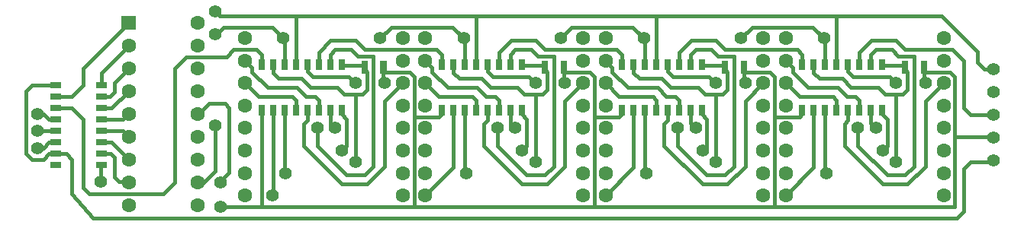
<source format=gbr>
%FSLAX34Y34*%
%MOMM*%
%LNCOPPER_BOTTOM*%
G71*
G01*
%ADD10C, 1.600*%
%ADD11R, 0.650X1.270*%
%ADD12C, 1.400*%
%ADD13C, 0.400*%
%ADD14C, 1.600*%
%ADD15R, 1.270X0.650*%
%LPD*%
X700000Y250000D02*
G54D10*
D03*
X700000Y225000D02*
G54D10*
D03*
X700000Y200000D02*
G54D10*
D03*
X700000Y175000D02*
G54D10*
D03*
X700000Y150000D02*
G54D10*
D03*
X700000Y125000D02*
G54D10*
D03*
X700000Y100000D02*
G54D10*
D03*
X700000Y75000D02*
G54D10*
D03*
X875000Y250000D02*
G54D10*
D03*
X875000Y225000D02*
G54D10*
D03*
X875000Y200000D02*
G54D10*
D03*
X875000Y175000D02*
G54D10*
D03*
X875000Y150000D02*
G54D10*
D03*
X875000Y125000D02*
G54D10*
D03*
X875000Y100000D02*
G54D10*
D03*
X875000Y75000D02*
G54D10*
D03*
X769150Y170250D02*
G54D11*
D03*
X781850Y170250D02*
G54D11*
D03*
X794550Y170250D02*
G54D11*
D03*
X807250Y170250D02*
G54D11*
D03*
X807250Y221050D02*
G54D11*
D03*
X794550Y221050D02*
G54D11*
D03*
X781850Y221050D02*
G54D11*
D03*
X769150Y221050D02*
G54D11*
D03*
X756450Y221050D02*
G54D11*
D03*
X743750Y221050D02*
G54D11*
D03*
X731050Y221050D02*
G54D11*
D03*
X756450Y170250D02*
G54D11*
D03*
X743750Y170250D02*
G54D11*
D03*
X731050Y170250D02*
G54D11*
D03*
X718350Y221050D02*
G54D11*
D03*
X718350Y170250D02*
G54D11*
D03*
X745000Y100000D02*
G54D12*
D03*
X780000Y150000D02*
G54D12*
D03*
X800000Y150000D02*
G54D12*
D03*
X807500Y125000D02*
G54D12*
D03*
X822500Y112500D02*
G54D12*
D03*
G54D13*
X718350Y221050D02*
X718350Y231650D01*
X712500Y237500D01*
X687500Y237500D01*
G54D13*
X781850Y221050D02*
X781850Y234350D01*
X795000Y247500D01*
X822500Y247500D01*
X832500Y237500D01*
X887500Y237500D01*
X822500Y200000D02*
G54D12*
D03*
X855000Y200000D02*
G54D12*
D03*
G54D13*
X743750Y170250D02*
X743750Y101250D01*
X745000Y100000D01*
G54D13*
X756450Y170250D02*
X756450Y181050D01*
X752500Y185000D01*
X715000Y185000D01*
X700000Y200000D01*
G54D13*
X781850Y170250D02*
X781850Y180650D01*
X777500Y185000D01*
X767500Y185000D01*
X757500Y195000D01*
X725000Y195000D01*
X707500Y212500D01*
X707500Y217500D01*
X700000Y225000D01*
G54D13*
X769150Y221050D02*
X769150Y213350D01*
X775000Y207500D01*
X815000Y207500D01*
X822500Y200000D01*
G54D13*
X731050Y221050D02*
X731050Y211450D01*
X737500Y205000D01*
X762500Y205000D01*
X772500Y195000D01*
X802500Y195000D01*
X810000Y187500D01*
X830000Y187500D01*
X835000Y192500D01*
X835000Y212500D01*
X830000Y220000D01*
X808300Y220000D01*
X807250Y221050D01*
G54D13*
X794550Y170250D02*
X794550Y155450D01*
X800000Y150000D01*
G54D13*
X687500Y62500D02*
X887500Y62500D01*
G54D13*
X822500Y187500D02*
X822500Y112500D01*
G54D13*
X807250Y170250D02*
X807250Y165250D01*
X812500Y160000D01*
X812500Y130000D01*
X807500Y125000D01*
G54D13*
X794550Y221050D02*
X794550Y232050D01*
X800000Y237500D01*
X817500Y237500D01*
X825000Y230000D01*
X842500Y230000D01*
X842500Y107500D01*
X832500Y97500D01*
X812500Y97500D01*
X780000Y130000D01*
X780000Y150000D01*
G54D13*
X769150Y170250D02*
X769150Y159150D01*
X765000Y155000D01*
X765000Y130000D01*
X807500Y87500D01*
X835000Y87500D01*
X855000Y107500D01*
X855000Y180000D01*
X875000Y200000D01*
X742500Y250000D02*
G54D12*
D03*
G54D13*
X756450Y221050D02*
X756450Y273950D01*
X757500Y275000D01*
G36*
X850000Y224500D02*
X857000Y224500D01*
X857000Y210500D01*
X850000Y210500D01*
X850000Y224500D01*
G37*
G36*
X829000Y224500D02*
X836000Y224500D01*
X836000Y210500D01*
X829000Y210500D01*
X829000Y224500D01*
G37*
G54D13*
X887500Y62500D02*
X887500Y207500D01*
X882500Y212500D01*
X855000Y212500D01*
G54D13*
X853500Y217500D02*
X853500Y201500D01*
X855000Y200000D01*
X500000Y250000D02*
G54D10*
D03*
X500000Y225000D02*
G54D10*
D03*
X500000Y200000D02*
G54D10*
D03*
X500000Y175000D02*
G54D10*
D03*
X500000Y150000D02*
G54D10*
D03*
X500000Y125000D02*
G54D10*
D03*
X500000Y100000D02*
G54D10*
D03*
X500000Y75000D02*
G54D10*
D03*
X675000Y250000D02*
G54D10*
D03*
X675000Y225000D02*
G54D10*
D03*
X675000Y200000D02*
G54D10*
D03*
X675000Y175000D02*
G54D10*
D03*
X675000Y150000D02*
G54D10*
D03*
X675000Y125000D02*
G54D10*
D03*
X675000Y100000D02*
G54D10*
D03*
X675000Y75000D02*
G54D10*
D03*
X569150Y170250D02*
G54D11*
D03*
X581850Y170250D02*
G54D11*
D03*
X594550Y170250D02*
G54D11*
D03*
X607250Y170250D02*
G54D11*
D03*
X607250Y221050D02*
G54D11*
D03*
X594550Y221050D02*
G54D11*
D03*
X581850Y221050D02*
G54D11*
D03*
X569150Y221050D02*
G54D11*
D03*
X556450Y221050D02*
G54D11*
D03*
X543750Y221050D02*
G54D11*
D03*
X531050Y221050D02*
G54D11*
D03*
X556450Y170250D02*
G54D11*
D03*
X543750Y170250D02*
G54D11*
D03*
X531050Y170250D02*
G54D11*
D03*
X518350Y221050D02*
G54D11*
D03*
X518350Y170250D02*
G54D11*
D03*
X545000Y100000D02*
G54D12*
D03*
X580000Y150000D02*
G54D12*
D03*
X600000Y150000D02*
G54D12*
D03*
X607500Y125000D02*
G54D12*
D03*
X622500Y112500D02*
G54D12*
D03*
G54D13*
X518350Y221050D02*
X518350Y231650D01*
X512500Y237500D01*
X487500Y237500D01*
G54D13*
X581850Y221050D02*
X581850Y234350D01*
X595000Y247500D01*
X622500Y247500D01*
X632500Y237500D01*
X687500Y237500D01*
X622500Y200000D02*
G54D12*
D03*
X655000Y200000D02*
G54D12*
D03*
G54D13*
X543750Y170250D02*
X543750Y101250D01*
X545000Y100000D01*
G54D13*
X556450Y170250D02*
X556450Y181050D01*
X552500Y185000D01*
X515000Y185000D01*
X500000Y200000D01*
G54D13*
X581850Y170250D02*
X581850Y180650D01*
X577500Y185000D01*
X567500Y185000D01*
X557500Y195000D01*
X525000Y195000D01*
X507500Y212500D01*
X507500Y217500D01*
X500000Y225000D01*
G54D13*
X569150Y221050D02*
X569150Y213350D01*
X575000Y207500D01*
X615000Y207500D01*
X622500Y200000D01*
G54D13*
X531050Y221050D02*
X531050Y211450D01*
X537500Y205000D01*
X562500Y205000D01*
X572500Y195000D01*
X602500Y195000D01*
X610000Y187500D01*
X630000Y187500D01*
X635000Y192500D01*
X635000Y212500D01*
X630000Y220000D01*
X608300Y220000D01*
X607250Y221050D01*
G54D13*
X594550Y170250D02*
X594550Y155450D01*
X600000Y150000D01*
G54D13*
X487500Y62500D02*
X687500Y62500D01*
G54D13*
X622500Y187500D02*
X622500Y112500D01*
G54D13*
X607250Y170250D02*
X607250Y165250D01*
X612500Y160000D01*
X612500Y130000D01*
X607500Y125000D01*
G54D13*
X594550Y221050D02*
X594550Y232050D01*
X600000Y237500D01*
X617500Y237500D01*
X625000Y230000D01*
X642500Y230000D01*
X642500Y107500D01*
X632500Y97500D01*
X612500Y97500D01*
X580000Y130000D01*
X580000Y150000D01*
G54D13*
X569150Y170250D02*
X569150Y159150D01*
X565000Y155000D01*
X565000Y130000D01*
X607500Y87500D01*
X635000Y87500D01*
X655000Y107500D01*
X655000Y180000D01*
X675000Y200000D01*
X542500Y250000D02*
G54D12*
D03*
G54D13*
X556450Y221050D02*
X556450Y273950D01*
X557500Y275000D01*
G36*
X650000Y224500D02*
X657000Y224500D01*
X657000Y210500D01*
X650000Y210500D01*
X650000Y224500D01*
G37*
G36*
X629000Y224500D02*
X636000Y224500D01*
X636000Y210500D01*
X629000Y210500D01*
X629000Y224500D01*
G37*
G54D13*
X687500Y62500D02*
X687500Y207500D01*
X682500Y212500D01*
X655000Y212500D01*
G54D13*
X653500Y217500D02*
X653500Y201500D01*
X655000Y200000D01*
X300000Y250000D02*
G54D10*
D03*
X300000Y225000D02*
G54D10*
D03*
X300000Y200000D02*
G54D10*
D03*
X300000Y175000D02*
G54D10*
D03*
X300000Y150000D02*
G54D10*
D03*
X300000Y125000D02*
G54D10*
D03*
X300000Y100000D02*
G54D10*
D03*
X300000Y75000D02*
G54D10*
D03*
X475000Y250000D02*
G54D10*
D03*
X475000Y225000D02*
G54D10*
D03*
X475000Y200000D02*
G54D10*
D03*
X475000Y175000D02*
G54D10*
D03*
X475000Y150000D02*
G54D10*
D03*
X475000Y125000D02*
G54D10*
D03*
X475000Y100000D02*
G54D10*
D03*
X475000Y75000D02*
G54D10*
D03*
X369150Y170250D02*
G54D11*
D03*
X381850Y170250D02*
G54D11*
D03*
X394550Y170250D02*
G54D11*
D03*
X407250Y170250D02*
G54D11*
D03*
X407250Y221050D02*
G54D11*
D03*
X394550Y221050D02*
G54D11*
D03*
X381850Y221050D02*
G54D11*
D03*
X369150Y221050D02*
G54D11*
D03*
X356450Y221050D02*
G54D11*
D03*
X343750Y221050D02*
G54D11*
D03*
X331050Y221050D02*
G54D11*
D03*
X356450Y170250D02*
G54D11*
D03*
X343750Y170250D02*
G54D11*
D03*
X331050Y170250D02*
G54D11*
D03*
X318350Y221050D02*
G54D11*
D03*
X318350Y170250D02*
G54D11*
D03*
X345000Y100000D02*
G54D12*
D03*
X380000Y150000D02*
G54D12*
D03*
X400000Y150000D02*
G54D12*
D03*
X407500Y125000D02*
G54D12*
D03*
X422500Y112500D02*
G54D12*
D03*
G54D13*
X318350Y221050D02*
X318350Y231650D01*
X312500Y237500D01*
X287500Y237500D01*
G54D13*
X381850Y221050D02*
X381850Y234350D01*
X395000Y247500D01*
X422500Y247500D01*
X432500Y237500D01*
X487500Y237500D01*
X422500Y200000D02*
G54D12*
D03*
X455000Y200000D02*
G54D12*
D03*
G54D13*
X343750Y170250D02*
X343750Y101250D01*
X345000Y100000D01*
G54D13*
X356450Y170250D02*
X356450Y181050D01*
X352500Y185000D01*
X315000Y185000D01*
X300000Y200000D01*
G54D13*
X381850Y170250D02*
X381850Y180650D01*
X377500Y185000D01*
X367500Y185000D01*
X357500Y195000D01*
X325000Y195000D01*
X307500Y212500D01*
X307500Y217500D01*
X300000Y225000D01*
G54D13*
X369150Y221050D02*
X369150Y213350D01*
X375000Y207500D01*
X415000Y207500D01*
X422500Y200000D01*
G54D13*
X331050Y221050D02*
X331050Y211450D01*
X337500Y205000D01*
X362500Y205000D01*
X372500Y195000D01*
X402500Y195000D01*
X410000Y187500D01*
X430000Y187500D01*
X435000Y192500D01*
X435000Y212500D01*
X430000Y220000D01*
X408300Y220000D01*
X407250Y221050D01*
G54D13*
X394550Y170250D02*
X394550Y155450D01*
X400000Y150000D01*
G54D13*
X272500Y62500D02*
X487500Y62500D01*
G54D13*
X422500Y187500D02*
X422500Y112500D01*
G54D13*
X407250Y170250D02*
X407250Y165250D01*
X412500Y160000D01*
X412500Y130000D01*
X407500Y125000D01*
G54D13*
X394550Y221050D02*
X394550Y232050D01*
X400000Y237500D01*
X417500Y237500D01*
X425000Y230000D01*
X442500Y230000D01*
X442500Y107500D01*
X432500Y97500D01*
X412500Y97500D01*
X380000Y130000D01*
X380000Y150000D01*
G54D13*
X369150Y170250D02*
X369150Y159150D01*
X365000Y155000D01*
X365000Y130000D01*
X407500Y87500D01*
X435000Y87500D01*
X455000Y107500D01*
X455000Y180000D01*
X475000Y200000D01*
X342500Y250000D02*
G54D12*
D03*
G54D13*
X356450Y221050D02*
X356450Y273950D01*
X357500Y275000D01*
G36*
X450000Y224500D02*
X457000Y224500D01*
X457000Y210500D01*
X450000Y210500D01*
X450000Y224500D01*
G37*
G36*
X429000Y224500D02*
X436000Y224500D01*
X436000Y210500D01*
X429000Y210500D01*
X429000Y224500D01*
G37*
G54D13*
X487500Y62500D02*
X487500Y207500D01*
X482500Y212500D01*
X455000Y212500D01*
G54D13*
X453500Y217500D02*
X453500Y201500D01*
X455000Y200000D01*
X900000Y250000D02*
G54D10*
D03*
X900000Y225000D02*
G54D10*
D03*
X900000Y200000D02*
G54D10*
D03*
X900000Y175000D02*
G54D10*
D03*
X900000Y150000D02*
G54D10*
D03*
X900000Y125000D02*
G54D10*
D03*
X900000Y100000D02*
G54D10*
D03*
X900000Y75000D02*
G54D10*
D03*
X1075000Y250000D02*
G54D10*
D03*
X1075000Y225000D02*
G54D10*
D03*
X1075000Y200000D02*
G54D10*
D03*
X1075000Y175000D02*
G54D10*
D03*
X1075000Y150000D02*
G54D10*
D03*
X1075000Y125000D02*
G54D10*
D03*
X1075000Y100000D02*
G54D10*
D03*
X1075000Y75000D02*
G54D10*
D03*
X969150Y170250D02*
G54D11*
D03*
X981850Y170250D02*
G54D11*
D03*
X994550Y170250D02*
G54D11*
D03*
X1007250Y170250D02*
G54D11*
D03*
X1007250Y221050D02*
G54D11*
D03*
X994550Y221050D02*
G54D11*
D03*
X981850Y221050D02*
G54D11*
D03*
X969150Y221050D02*
G54D11*
D03*
X956450Y221050D02*
G54D11*
D03*
X943750Y221050D02*
G54D11*
D03*
X931050Y221050D02*
G54D11*
D03*
X956450Y170250D02*
G54D11*
D03*
X943750Y170250D02*
G54D11*
D03*
X931050Y170250D02*
G54D11*
D03*
X918350Y221050D02*
G54D11*
D03*
X918350Y170250D02*
G54D11*
D03*
X945000Y100000D02*
G54D12*
D03*
X980000Y150000D02*
G54D12*
D03*
X1000000Y150000D02*
G54D12*
D03*
X1007500Y125000D02*
G54D12*
D03*
X1022500Y112500D02*
G54D12*
D03*
G54D13*
X918350Y221050D02*
X918350Y231650D01*
X912500Y237500D01*
X887500Y237500D01*
G54D13*
X981850Y221050D02*
X981850Y234350D01*
X995000Y247500D01*
X1022500Y247500D01*
X1032500Y237500D01*
X1085000Y237500D01*
X1022500Y200000D02*
G54D12*
D03*
X1055000Y200000D02*
G54D12*
D03*
G54D13*
X943750Y170250D02*
X943750Y101250D01*
X945000Y100000D01*
G54D13*
X956450Y170250D02*
X956450Y181050D01*
X952500Y185000D01*
X915000Y185000D01*
X900000Y200000D01*
G54D13*
X981850Y170250D02*
X981850Y180650D01*
X977500Y185000D01*
X967500Y185000D01*
X957500Y195000D01*
X925000Y195000D01*
X907500Y212500D01*
X907500Y217500D01*
X900000Y225000D01*
G54D13*
X969150Y221050D02*
X969150Y213350D01*
X975000Y207500D01*
X1015000Y207500D01*
X1022500Y200000D01*
G54D13*
X931050Y221050D02*
X931050Y211450D01*
X937500Y205000D01*
X962500Y205000D01*
X972500Y195000D01*
X1002500Y195000D01*
X1010000Y187500D01*
X1030000Y187500D01*
X1035000Y192500D01*
X1035000Y212500D01*
X1030000Y220000D01*
X1008300Y220000D01*
X1007250Y221050D01*
G54D13*
X994550Y170250D02*
X994550Y155450D01*
X1000000Y150000D01*
G54D13*
X887500Y62500D02*
X1087500Y62500D01*
G54D13*
X1022500Y187500D02*
X1022500Y112500D01*
G54D13*
X1007250Y170250D02*
X1007250Y165250D01*
X1012500Y160000D01*
X1012500Y130000D01*
X1007500Y125000D01*
G54D13*
X994550Y221050D02*
X994550Y232050D01*
X1000000Y237500D01*
X1017500Y237500D01*
X1025000Y230000D01*
X1042500Y230000D01*
X1042500Y107500D01*
X1032500Y97500D01*
X1012500Y97500D01*
X980000Y130000D01*
X980000Y150000D01*
G54D13*
X969150Y170250D02*
X969150Y159150D01*
X965000Y155000D01*
X965000Y130000D01*
X1007500Y87500D01*
X1035000Y87500D01*
X1055000Y107500D01*
X1055000Y180000D01*
X1075000Y200000D01*
X942500Y250000D02*
G54D12*
D03*
G54D13*
X956450Y221050D02*
X956450Y273950D01*
X957500Y275000D01*
G36*
X1050000Y224500D02*
X1057000Y224500D01*
X1057000Y210500D01*
X1050000Y210500D01*
X1050000Y224500D01*
G37*
G36*
X1029000Y224500D02*
X1036000Y224500D01*
X1036000Y210500D01*
X1029000Y210500D01*
X1029000Y224500D01*
G37*
G54D13*
X1087500Y62500D02*
X1087500Y207500D01*
X1082500Y212500D01*
X1055000Y212500D01*
G54D13*
X1053500Y217500D02*
X1053500Y201500D01*
X1055000Y200000D01*
G54D13*
X918350Y170250D02*
X918350Y165850D01*
X915000Y162500D01*
X887500Y162500D01*
G54D13*
X718350Y170250D02*
X718350Y165850D01*
X715000Y162500D01*
X687500Y162500D01*
G54D13*
X518350Y170250D02*
X518350Y165850D01*
X515000Y162500D01*
X487500Y162500D01*
G54D13*
X531050Y170250D02*
X531050Y106050D01*
X500000Y75000D01*
G54D13*
X731050Y170250D02*
X731050Y106050D01*
X700000Y75000D01*
G54D13*
X931050Y170250D02*
X931050Y106050D01*
X900000Y75000D01*
G54D13*
X289050Y275000D02*
X1072500Y275000D01*
G54D13*
X343750Y221050D02*
X343750Y248750D01*
X342500Y250000D01*
G54D13*
X543750Y221050D02*
X543750Y248750D01*
X542500Y250000D01*
G54D13*
X743750Y221050D02*
X743750Y248750D01*
X742500Y250000D01*
G54D13*
X943750Y221050D02*
X943750Y248750D01*
X942500Y250000D01*
X450000Y250000D02*
G54D12*
D03*
X650000Y250000D02*
G54D12*
D03*
X850000Y250000D02*
G54D12*
D03*
G54D13*
X450000Y250000D02*
X462500Y262500D01*
X530000Y262500D01*
X542500Y250000D01*
G54D13*
X650000Y250000D02*
X662500Y262500D01*
X730000Y262500D01*
X742500Y250000D01*
G54D13*
X850000Y250000D02*
X862500Y262500D01*
X930000Y262500D01*
X942500Y250000D01*
G54D13*
X342500Y250000D02*
X330000Y262500D01*
X276350Y262500D01*
G36*
X179000Y275200D02*
X179000Y259200D01*
X163000Y259200D01*
X163000Y275200D01*
X179000Y275200D01*
G37*
X171000Y241800D02*
G54D14*
D03*
X171000Y216400D02*
G54D14*
D03*
X171000Y191000D02*
G54D14*
D03*
X171000Y165600D02*
G54D14*
D03*
X171000Y140200D02*
G54D14*
D03*
X171000Y114800D02*
G54D14*
D03*
X171000Y89400D02*
G54D14*
D03*
X171000Y64000D02*
G54D14*
D03*
X247200Y64000D02*
G54D14*
D03*
X247200Y89400D02*
G54D14*
D03*
X247200Y114800D02*
G54D14*
D03*
X247200Y140200D02*
G54D14*
D03*
X247200Y165600D02*
G54D14*
D03*
X247200Y191000D02*
G54D14*
D03*
X247200Y216400D02*
G54D14*
D03*
X247200Y241800D02*
G54D14*
D03*
X247200Y267200D02*
G54D14*
D03*
X266700Y153150D02*
G54D12*
D03*
X273050Y89650D02*
G54D12*
D03*
X140800Y159400D02*
G54D15*
D03*
X140800Y172100D02*
G54D15*
D03*
X140800Y184800D02*
G54D15*
D03*
X140800Y197500D02*
G54D15*
D03*
X90000Y197500D02*
G54D15*
D03*
X90000Y184800D02*
G54D15*
D03*
X90000Y172100D02*
G54D15*
D03*
X90000Y159400D02*
G54D15*
D03*
X90000Y146700D02*
G54D15*
D03*
X90000Y134000D02*
G54D15*
D03*
X90000Y121300D02*
G54D15*
D03*
X140800Y146700D02*
G54D15*
D03*
X140800Y134000D02*
G54D15*
D03*
X140800Y121300D02*
G54D15*
D03*
X90000Y108600D02*
G54D15*
D03*
X140800Y108600D02*
G54D15*
D03*
G54D13*
X140800Y121300D02*
X151200Y121300D01*
X155000Y117500D01*
X155000Y95000D01*
X160000Y90000D01*
X170400Y90000D01*
X171000Y89400D01*
G54D13*
X140800Y134000D02*
X151800Y134000D01*
X171000Y114800D01*
G54D13*
X140800Y146700D02*
X164500Y146700D01*
X171000Y140200D01*
G54D13*
X140800Y159400D02*
X164800Y159400D01*
X171000Y165600D01*
G54D13*
X140800Y172100D02*
X152100Y172100D01*
X171000Y191000D01*
G54D13*
X140800Y184800D02*
X149800Y184800D01*
X155000Y190000D01*
X155000Y200400D01*
X171000Y216400D01*
G54D13*
X140800Y197500D02*
X140800Y211600D01*
X171000Y241800D01*
G54D13*
X90000Y184800D02*
X107300Y184800D01*
X120000Y197500D01*
X120000Y216200D01*
X171000Y267200D01*
X330000Y75000D02*
G54D12*
D03*
G54D13*
X331050Y170250D02*
X331050Y76050D01*
X330000Y75000D01*
G54D13*
X318350Y170250D02*
X318350Y63350D01*
X320000Y62500D01*
G54D13*
X282500Y100600D02*
X282500Y152500D01*
G54D13*
X247200Y165600D02*
X248100Y165600D01*
X260000Y177500D01*
X277500Y177500D01*
X282500Y172500D01*
X282500Y152500D01*
X140000Y90000D02*
G54D12*
D03*
G54D13*
X140000Y90000D02*
X140000Y107800D01*
X140800Y108600D01*
G54D13*
X120650Y102350D02*
X120650Y83300D01*
X127000Y76950D01*
X209550Y76950D01*
X222250Y89650D01*
X222250Y216650D01*
X234950Y229350D01*
X279400Y229350D01*
X279400Y229400D01*
X287500Y237500D01*
G54D13*
X90000Y172100D02*
X108050Y172100D01*
X120650Y159500D01*
X120650Y102350D01*
G54D13*
X247200Y89400D02*
X253750Y89400D01*
X266700Y102350D01*
X266700Y153150D01*
G54D13*
X273050Y89650D02*
X273050Y91150D01*
X282500Y100600D01*
X272500Y62500D02*
G54D12*
D03*
X266700Y254750D02*
G54D12*
D03*
X69850Y146800D02*
G54D12*
D03*
X69850Y165850D02*
G54D12*
D03*
G54D13*
X69850Y165850D02*
X76200Y165850D01*
X82550Y159500D01*
X89900Y159500D01*
X90000Y159400D01*
G54D13*
X69850Y146800D02*
X89900Y146800D01*
X90000Y146700D01*
G54D13*
X266700Y254750D02*
X268600Y254750D01*
X276350Y262500D01*
G54D13*
X90000Y197500D02*
X63400Y197500D01*
X57150Y191250D01*
X57150Y121400D01*
G54D13*
X90000Y121300D02*
X101700Y121300D01*
X107950Y115050D01*
X107950Y76950D01*
X131550Y50000D01*
X69850Y127750D02*
G54D12*
D03*
G54D13*
X57150Y121400D02*
X63500Y115050D01*
X76200Y115050D01*
X82550Y121400D01*
X89900Y121400D01*
X90000Y121300D01*
G54D13*
X69850Y127750D02*
X76200Y127750D01*
X82550Y134100D01*
X89900Y134100D01*
X90000Y134000D01*
X266700Y280150D02*
G54D12*
D03*
G54D13*
X289050Y275000D02*
X271850Y275000D01*
X266700Y280150D01*
X1130100Y215500D02*
G54D12*
D03*
X1130100Y190100D02*
G54D12*
D03*
X1130100Y164700D02*
G54D12*
D03*
X1130100Y139300D02*
G54D12*
D03*
G54D13*
X1112600Y223400D02*
X1112600Y234900D01*
X1072500Y275000D01*
X1130100Y113900D02*
G54D12*
D03*
G54D13*
X1097500Y82500D02*
X1097500Y57500D01*
X1090000Y50000D01*
X131550Y50000D01*
G54D13*
X1097500Y180000D02*
X1097500Y225000D01*
X1085000Y237500D01*
G54D13*
X1087500Y140000D02*
X1129400Y140000D01*
X1130100Y139300D01*
G54D13*
X1097500Y82500D02*
X1097500Y105000D01*
X1105000Y112500D01*
X1128700Y112500D01*
X1130100Y113900D01*
G54D13*
X1097500Y180000D02*
X1097500Y172500D01*
X1105000Y165000D01*
X1129800Y165000D01*
X1130100Y164700D01*
G54D13*
X1130100Y215500D02*
X1120500Y215500D01*
X1112600Y223400D01*
M02*

</source>
